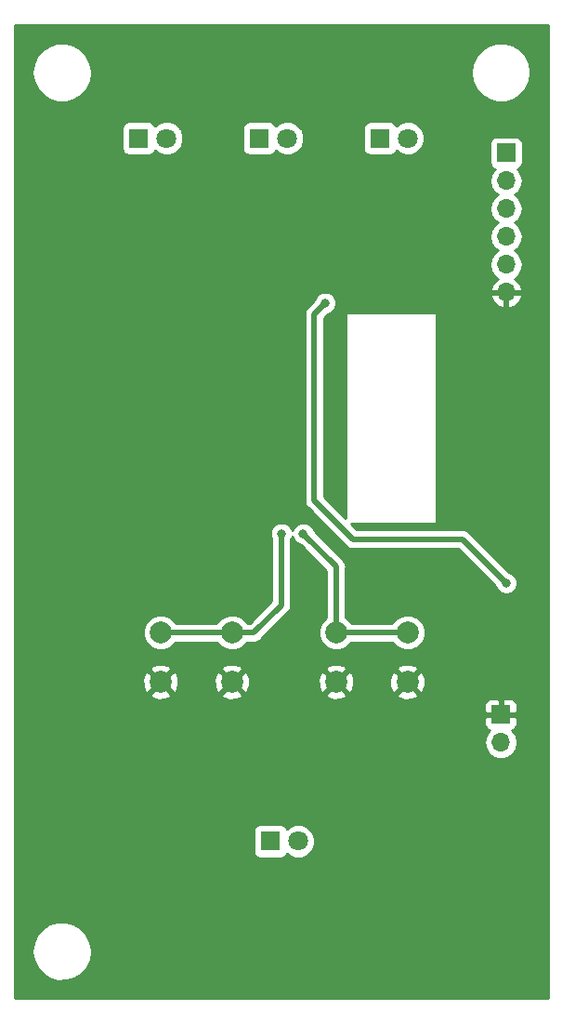
<source format=gbr>
G04 #@! TF.GenerationSoftware,KiCad,Pcbnew,(5.0.0)*
G04 #@! TF.CreationDate,2020-08-07T11:04:04-05:00*
G04 #@! TF.ProjectId,Church Controller,43687572636820436F6E74726F6C6C65,rev?*
G04 #@! TF.SameCoordinates,Original*
G04 #@! TF.FileFunction,Copper,L2,Bot,Signal*
G04 #@! TF.FilePolarity,Positive*
%FSLAX46Y46*%
G04 Gerber Fmt 4.6, Leading zero omitted, Abs format (unit mm)*
G04 Created by KiCad (PCBNEW (5.0.0)) date 08/07/20 11:04:04*
%MOMM*%
%LPD*%
G01*
G04 APERTURE LIST*
G04 #@! TA.AperFunction,ComponentPad*
%ADD10R,1.800000X1.800000*%
G04 #@! TD*
G04 #@! TA.AperFunction,ComponentPad*
%ADD11C,1.800000*%
G04 #@! TD*
G04 #@! TA.AperFunction,ComponentPad*
%ADD12R,1.700000X1.700000*%
G04 #@! TD*
G04 #@! TA.AperFunction,ComponentPad*
%ADD13O,1.700000X1.700000*%
G04 #@! TD*
G04 #@! TA.AperFunction,ComponentPad*
%ADD14C,2.000000*%
G04 #@! TD*
G04 #@! TA.AperFunction,ViaPad*
%ADD15C,0.800000*%
G04 #@! TD*
G04 #@! TA.AperFunction,Conductor*
%ADD16C,0.500000*%
G04 #@! TD*
G04 #@! TA.AperFunction,Conductor*
%ADD17C,0.254000*%
G04 #@! TD*
G04 APERTURE END LIST*
D10*
G04 #@! TO.P,D1,1*
G04 #@! TO.N,Net-(D1-Pad1)*
X117000000Y-61000000D03*
D11*
G04 #@! TO.P,D1,2*
G04 #@! TO.N,+3V3*
X119540000Y-61000000D03*
G04 #@! TD*
D10*
G04 #@! TO.P,D2,1*
G04 #@! TO.N,Net-(D2-Pad1)*
X128000000Y-61000000D03*
D11*
G04 #@! TO.P,D2,2*
G04 #@! TO.N,+3V3*
X130540000Y-61000000D03*
G04 #@! TD*
G04 #@! TO.P,D3,2*
G04 #@! TO.N,+3V3*
X141540000Y-61000000D03*
D10*
G04 #@! TO.P,D3,1*
G04 #@! TO.N,Net-(D3-Pad1)*
X139000000Y-61000000D03*
G04 #@! TD*
D11*
G04 #@! TO.P,D4,2*
G04 #@! TO.N,+3V3*
X131540000Y-125000000D03*
D10*
G04 #@! TO.P,D4,1*
G04 #@! TO.N,Net-(D4-Pad1)*
X129000000Y-125000000D03*
G04 #@! TD*
D12*
G04 #@! TO.P,J1,1*
G04 #@! TO.N,GND*
X150000000Y-113460000D03*
D13*
G04 #@! TO.P,J1,2*
G04 #@! TO.N,VCC*
X150000000Y-116000000D03*
G04 #@! TD*
D14*
G04 #@! TO.P,SW1,2*
G04 #@! TO.N,GND*
X135000000Y-110500000D03*
G04 #@! TO.P,SW1,1*
G04 #@! TO.N,/BUTTON_CHANGE*
X135000000Y-106000000D03*
G04 #@! TO.P,SW1,2*
G04 #@! TO.N,GND*
X141500000Y-110500000D03*
G04 #@! TO.P,SW1,1*
G04 #@! TO.N,/BUTTON_CHANGE*
X141500000Y-106000000D03*
G04 #@! TD*
G04 #@! TO.P,SW2,1*
G04 #@! TO.N,/BUTTON_SAVE*
X125500000Y-106000000D03*
G04 #@! TO.P,SW2,2*
G04 #@! TO.N,GND*
X125500000Y-110500000D03*
G04 #@! TO.P,SW2,1*
G04 #@! TO.N,/BUTTON_SAVE*
X119000000Y-106000000D03*
G04 #@! TO.P,SW2,2*
G04 #@! TO.N,GND*
X119000000Y-110500000D03*
G04 #@! TD*
D12*
G04 #@! TO.P,J2,1*
G04 #@! TO.N,+3V3*
X150500000Y-62340000D03*
D13*
G04 #@! TO.P,J2,2*
G04 #@! TO.N,/~RST*
X150500000Y-64880000D03*
G04 #@! TO.P,J2,3*
G04 #@! TO.N,/GPIO0*
X150500000Y-67420000D03*
G04 #@! TO.P,J2,4*
G04 #@! TO.N,/Tx*
X150500000Y-69960000D03*
G04 #@! TO.P,J2,5*
G04 #@! TO.N,/Rx*
X150500000Y-72500000D03*
G04 #@! TO.P,J2,6*
G04 #@! TO.N,GND*
X150500000Y-75040000D03*
G04 #@! TD*
D15*
G04 #@! TO.N,GND*
X115500000Y-70500000D03*
X118000000Y-70500000D03*
X120500000Y-71000000D03*
X121000000Y-100000000D03*
X150000000Y-122500000D03*
X148500000Y-103000000D03*
G04 #@! TO.N,Net-(R8-Pad2)*
X150500000Y-101500000D03*
X134000000Y-76000000D03*
G04 #@! TO.N,/BUTTON_CHANGE*
X132000000Y-97000000D03*
G04 #@! TO.N,/BUTTON_SAVE*
X130000000Y-97000000D03*
G04 #@! TD*
D16*
G04 #@! TO.N,Net-(R8-Pad2)*
X150500000Y-101500000D02*
X146500000Y-97500000D01*
X146500000Y-97500000D02*
X136500000Y-97500000D01*
X136500000Y-97500000D02*
X133000000Y-94000000D01*
X133000000Y-94000000D02*
X133000000Y-77000000D01*
X133000000Y-77000000D02*
X134000000Y-76000000D01*
G04 #@! TO.N,/BUTTON_CHANGE*
X140085787Y-106000000D02*
X135000000Y-106000000D01*
X141500000Y-106000000D02*
X140085787Y-106000000D01*
X135000000Y-100000000D02*
X135000000Y-106000000D01*
X132000000Y-97000000D02*
X135000000Y-100000000D01*
G04 #@! TO.N,/BUTTON_SAVE*
X127500000Y-106000000D02*
X125500000Y-106000000D01*
X130000000Y-97000000D02*
X130000000Y-103500000D01*
X130000000Y-103500000D02*
X127500000Y-106000000D01*
X125500000Y-106000000D02*
X119000000Y-106000000D01*
G04 #@! TD*
D17*
G04 #@! TO.N,GND*
G36*
X154290001Y-139290000D02*
X105710000Y-139290000D01*
X105710000Y-135033352D01*
X107270204Y-135033352D01*
X107389288Y-135798175D01*
X107718246Y-136498832D01*
X108230633Y-137079000D01*
X108885258Y-137492037D01*
X109629496Y-137704742D01*
X110403520Y-137700013D01*
X111145104Y-137478233D01*
X111794634Y-137057228D01*
X112299895Y-136470844D01*
X112620268Y-135766220D01*
X112730000Y-135000000D01*
X112729185Y-134933300D01*
X112600766Y-134169990D01*
X112263273Y-133473403D01*
X111743836Y-132899539D01*
X111084214Y-132494530D01*
X110337432Y-132290934D01*
X109563524Y-132305118D01*
X108824705Y-132535942D01*
X108180366Y-132964851D01*
X107682307Y-133557363D01*
X107370566Y-134265849D01*
X107270204Y-135033352D01*
X105710000Y-135033352D01*
X105710000Y-124100000D01*
X127452560Y-124100000D01*
X127452560Y-125900000D01*
X127501843Y-126147765D01*
X127642191Y-126357809D01*
X127852235Y-126498157D01*
X128100000Y-126547440D01*
X129900000Y-126547440D01*
X130147765Y-126498157D01*
X130357809Y-126357809D01*
X130498157Y-126147765D01*
X130501275Y-126132092D01*
X130670493Y-126301310D01*
X131234670Y-126535000D01*
X131845330Y-126535000D01*
X132409507Y-126301310D01*
X132841310Y-125869507D01*
X133075000Y-125305330D01*
X133075000Y-124694670D01*
X132841310Y-124130493D01*
X132409507Y-123698690D01*
X131845330Y-123465000D01*
X131234670Y-123465000D01*
X130670493Y-123698690D01*
X130501275Y-123867908D01*
X130498157Y-123852235D01*
X130357809Y-123642191D01*
X130147765Y-123501843D01*
X129900000Y-123452560D01*
X128100000Y-123452560D01*
X127852235Y-123501843D01*
X127642191Y-123642191D01*
X127501843Y-123852235D01*
X127452560Y-124100000D01*
X105710000Y-124100000D01*
X105710000Y-116000000D01*
X148485908Y-116000000D01*
X148601161Y-116579418D01*
X148929375Y-117070625D01*
X149420582Y-117398839D01*
X149853744Y-117485000D01*
X150146256Y-117485000D01*
X150579418Y-117398839D01*
X151070625Y-117070625D01*
X151398839Y-116579418D01*
X151514092Y-116000000D01*
X151398839Y-115420582D01*
X151070625Y-114929375D01*
X151048967Y-114914904D01*
X151209698Y-114848327D01*
X151388327Y-114669699D01*
X151485000Y-114436310D01*
X151485000Y-113745750D01*
X151326250Y-113587000D01*
X150127000Y-113587000D01*
X150127000Y-113607000D01*
X149873000Y-113607000D01*
X149873000Y-113587000D01*
X148673750Y-113587000D01*
X148515000Y-113745750D01*
X148515000Y-114436310D01*
X148611673Y-114669699D01*
X148790302Y-114848327D01*
X148951033Y-114914904D01*
X148929375Y-114929375D01*
X148601161Y-115420582D01*
X148485908Y-116000000D01*
X105710000Y-116000000D01*
X105710000Y-112483690D01*
X148515000Y-112483690D01*
X148515000Y-113174250D01*
X148673750Y-113333000D01*
X149873000Y-113333000D01*
X149873000Y-112133750D01*
X150127000Y-112133750D01*
X150127000Y-113333000D01*
X151326250Y-113333000D01*
X151485000Y-113174250D01*
X151485000Y-112483690D01*
X151388327Y-112250301D01*
X151209698Y-112071673D01*
X150976309Y-111975000D01*
X150285750Y-111975000D01*
X150127000Y-112133750D01*
X149873000Y-112133750D01*
X149714250Y-111975000D01*
X149023691Y-111975000D01*
X148790302Y-112071673D01*
X148611673Y-112250301D01*
X148515000Y-112483690D01*
X105710000Y-112483690D01*
X105710000Y-111652532D01*
X118027073Y-111652532D01*
X118125736Y-111919387D01*
X118735461Y-112145908D01*
X119385460Y-112121856D01*
X119874264Y-111919387D01*
X119972927Y-111652532D01*
X124527073Y-111652532D01*
X124625736Y-111919387D01*
X125235461Y-112145908D01*
X125885460Y-112121856D01*
X126374264Y-111919387D01*
X126472927Y-111652532D01*
X134027073Y-111652532D01*
X134125736Y-111919387D01*
X134735461Y-112145908D01*
X135385460Y-112121856D01*
X135874264Y-111919387D01*
X135972927Y-111652532D01*
X140527073Y-111652532D01*
X140625736Y-111919387D01*
X141235461Y-112145908D01*
X141885460Y-112121856D01*
X142374264Y-111919387D01*
X142472927Y-111652532D01*
X141500000Y-110679605D01*
X140527073Y-111652532D01*
X135972927Y-111652532D01*
X135000000Y-110679605D01*
X134027073Y-111652532D01*
X126472927Y-111652532D01*
X125500000Y-110679605D01*
X124527073Y-111652532D01*
X119972927Y-111652532D01*
X119000000Y-110679605D01*
X118027073Y-111652532D01*
X105710000Y-111652532D01*
X105710000Y-110235461D01*
X117354092Y-110235461D01*
X117378144Y-110885460D01*
X117580613Y-111374264D01*
X117847468Y-111472927D01*
X118820395Y-110500000D01*
X119179605Y-110500000D01*
X120152532Y-111472927D01*
X120419387Y-111374264D01*
X120645908Y-110764539D01*
X120626331Y-110235461D01*
X123854092Y-110235461D01*
X123878144Y-110885460D01*
X124080613Y-111374264D01*
X124347468Y-111472927D01*
X125320395Y-110500000D01*
X125679605Y-110500000D01*
X126652532Y-111472927D01*
X126919387Y-111374264D01*
X127145908Y-110764539D01*
X127126331Y-110235461D01*
X133354092Y-110235461D01*
X133378144Y-110885460D01*
X133580613Y-111374264D01*
X133847468Y-111472927D01*
X134820395Y-110500000D01*
X135179605Y-110500000D01*
X136152532Y-111472927D01*
X136419387Y-111374264D01*
X136645908Y-110764539D01*
X136626331Y-110235461D01*
X139854092Y-110235461D01*
X139878144Y-110885460D01*
X140080613Y-111374264D01*
X140347468Y-111472927D01*
X141320395Y-110500000D01*
X141679605Y-110500000D01*
X142652532Y-111472927D01*
X142919387Y-111374264D01*
X143145908Y-110764539D01*
X143121856Y-110114540D01*
X142919387Y-109625736D01*
X142652532Y-109527073D01*
X141679605Y-110500000D01*
X141320395Y-110500000D01*
X140347468Y-109527073D01*
X140080613Y-109625736D01*
X139854092Y-110235461D01*
X136626331Y-110235461D01*
X136621856Y-110114540D01*
X136419387Y-109625736D01*
X136152532Y-109527073D01*
X135179605Y-110500000D01*
X134820395Y-110500000D01*
X133847468Y-109527073D01*
X133580613Y-109625736D01*
X133354092Y-110235461D01*
X127126331Y-110235461D01*
X127121856Y-110114540D01*
X126919387Y-109625736D01*
X126652532Y-109527073D01*
X125679605Y-110500000D01*
X125320395Y-110500000D01*
X124347468Y-109527073D01*
X124080613Y-109625736D01*
X123854092Y-110235461D01*
X120626331Y-110235461D01*
X120621856Y-110114540D01*
X120419387Y-109625736D01*
X120152532Y-109527073D01*
X119179605Y-110500000D01*
X118820395Y-110500000D01*
X117847468Y-109527073D01*
X117580613Y-109625736D01*
X117354092Y-110235461D01*
X105710000Y-110235461D01*
X105710000Y-109347468D01*
X118027073Y-109347468D01*
X119000000Y-110320395D01*
X119972927Y-109347468D01*
X124527073Y-109347468D01*
X125500000Y-110320395D01*
X126472927Y-109347468D01*
X134027073Y-109347468D01*
X135000000Y-110320395D01*
X135972927Y-109347468D01*
X140527073Y-109347468D01*
X141500000Y-110320395D01*
X142472927Y-109347468D01*
X142374264Y-109080613D01*
X141764539Y-108854092D01*
X141114540Y-108878144D01*
X140625736Y-109080613D01*
X140527073Y-109347468D01*
X135972927Y-109347468D01*
X135874264Y-109080613D01*
X135264539Y-108854092D01*
X134614540Y-108878144D01*
X134125736Y-109080613D01*
X134027073Y-109347468D01*
X126472927Y-109347468D01*
X126374264Y-109080613D01*
X125764539Y-108854092D01*
X125114540Y-108878144D01*
X124625736Y-109080613D01*
X124527073Y-109347468D01*
X119972927Y-109347468D01*
X119874264Y-109080613D01*
X119264539Y-108854092D01*
X118614540Y-108878144D01*
X118125736Y-109080613D01*
X118027073Y-109347468D01*
X105710000Y-109347468D01*
X105710000Y-105674778D01*
X117365000Y-105674778D01*
X117365000Y-106325222D01*
X117613914Y-106926153D01*
X118073847Y-107386086D01*
X118674778Y-107635000D01*
X119325222Y-107635000D01*
X119926153Y-107386086D01*
X120386086Y-106926153D01*
X120403132Y-106885000D01*
X124096868Y-106885000D01*
X124113914Y-106926153D01*
X124573847Y-107386086D01*
X125174778Y-107635000D01*
X125825222Y-107635000D01*
X126426153Y-107386086D01*
X126886086Y-106926153D01*
X126903132Y-106885000D01*
X127412839Y-106885000D01*
X127500000Y-106902337D01*
X127587161Y-106885000D01*
X127587165Y-106885000D01*
X127845310Y-106833652D01*
X128138049Y-106638049D01*
X128187425Y-106564153D01*
X130564156Y-104187423D01*
X130638049Y-104138049D01*
X130833652Y-103845310D01*
X130885000Y-103587165D01*
X130885000Y-103587161D01*
X130902337Y-103500000D01*
X130885000Y-103412839D01*
X130885000Y-97568007D01*
X131000000Y-97290372D01*
X131122569Y-97586280D01*
X131413720Y-97877431D01*
X131775853Y-98027431D01*
X134115000Y-100366579D01*
X134115001Y-104596868D01*
X134073847Y-104613914D01*
X133613914Y-105073847D01*
X133365000Y-105674778D01*
X133365000Y-106325222D01*
X133613914Y-106926153D01*
X134073847Y-107386086D01*
X134674778Y-107635000D01*
X135325222Y-107635000D01*
X135926153Y-107386086D01*
X136386086Y-106926153D01*
X136403132Y-106885000D01*
X140096868Y-106885000D01*
X140113914Y-106926153D01*
X140573847Y-107386086D01*
X141174778Y-107635000D01*
X141825222Y-107635000D01*
X142426153Y-107386086D01*
X142886086Y-106926153D01*
X143135000Y-106325222D01*
X143135000Y-105674778D01*
X142886086Y-105073847D01*
X142426153Y-104613914D01*
X141825222Y-104365000D01*
X141174778Y-104365000D01*
X140573847Y-104613914D01*
X140113914Y-105073847D01*
X140096868Y-105115000D01*
X136403132Y-105115000D01*
X136386086Y-105073847D01*
X135926153Y-104613914D01*
X135885000Y-104596868D01*
X135885000Y-100087161D01*
X135902337Y-100000000D01*
X135885000Y-99912839D01*
X135885000Y-99912835D01*
X135833652Y-99654690D01*
X135638049Y-99361951D01*
X135564156Y-99312577D01*
X133027431Y-96775853D01*
X132877431Y-96413720D01*
X132586280Y-96122569D01*
X132205874Y-95965000D01*
X131794126Y-95965000D01*
X131413720Y-96122569D01*
X131122569Y-96413720D01*
X131000000Y-96709628D01*
X130877431Y-96413720D01*
X130586280Y-96122569D01*
X130205874Y-95965000D01*
X129794126Y-95965000D01*
X129413720Y-96122569D01*
X129122569Y-96413720D01*
X128965000Y-96794126D01*
X128965000Y-97205874D01*
X129115000Y-97568007D01*
X129115001Y-103133420D01*
X127133422Y-105115000D01*
X126903132Y-105115000D01*
X126886086Y-105073847D01*
X126426153Y-104613914D01*
X125825222Y-104365000D01*
X125174778Y-104365000D01*
X124573847Y-104613914D01*
X124113914Y-105073847D01*
X124096868Y-105115000D01*
X120403132Y-105115000D01*
X120386086Y-105073847D01*
X119926153Y-104613914D01*
X119325222Y-104365000D01*
X118674778Y-104365000D01*
X118073847Y-104613914D01*
X117613914Y-105073847D01*
X117365000Y-105674778D01*
X105710000Y-105674778D01*
X105710000Y-77000000D01*
X132097663Y-77000000D01*
X132115001Y-77087166D01*
X132115000Y-93912839D01*
X132097663Y-94000000D01*
X132115000Y-94087161D01*
X132115000Y-94087164D01*
X132166348Y-94345309D01*
X132361951Y-94638049D01*
X132435847Y-94687425D01*
X135812577Y-98064156D01*
X135861951Y-98138049D01*
X135935844Y-98187423D01*
X135935845Y-98187424D01*
X136046880Y-98261615D01*
X136154690Y-98333652D01*
X136412835Y-98385000D01*
X136412839Y-98385000D01*
X136499999Y-98402337D01*
X136587159Y-98385000D01*
X146133422Y-98385000D01*
X149472569Y-101724148D01*
X149622569Y-102086280D01*
X149913720Y-102377431D01*
X150294126Y-102535000D01*
X150705874Y-102535000D01*
X151086280Y-102377431D01*
X151377431Y-102086280D01*
X151535000Y-101705874D01*
X151535000Y-101294126D01*
X151377431Y-100913720D01*
X151086280Y-100622569D01*
X150724148Y-100472569D01*
X147187425Y-96935847D01*
X147138049Y-96861951D01*
X146845310Y-96666348D01*
X146587165Y-96615000D01*
X146587161Y-96615000D01*
X146500000Y-96597663D01*
X146412839Y-96615000D01*
X136866579Y-96615000D01*
X136378579Y-96127000D01*
X144000000Y-96127000D01*
X144048601Y-96117333D01*
X144089803Y-96089803D01*
X144117333Y-96048601D01*
X144127000Y-96000000D01*
X144127000Y-77000000D01*
X144117333Y-76951399D01*
X144089803Y-76910197D01*
X144048601Y-76882667D01*
X144000000Y-76873000D01*
X136000000Y-76873000D01*
X135951399Y-76882667D01*
X135910197Y-76910197D01*
X135882667Y-76951399D01*
X135873000Y-77000000D01*
X135873000Y-95621421D01*
X133885000Y-93633422D01*
X133885000Y-77366578D01*
X134224148Y-77027431D01*
X134586280Y-76877431D01*
X134877431Y-76586280D01*
X135035000Y-76205874D01*
X135035000Y-75794126D01*
X134877431Y-75413720D01*
X134860601Y-75396890D01*
X149058524Y-75396890D01*
X149228355Y-75806924D01*
X149618642Y-76235183D01*
X150143108Y-76481486D01*
X150373000Y-76360819D01*
X150373000Y-75167000D01*
X150627000Y-75167000D01*
X150627000Y-76360819D01*
X150856892Y-76481486D01*
X151381358Y-76235183D01*
X151771645Y-75806924D01*
X151941476Y-75396890D01*
X151820155Y-75167000D01*
X150627000Y-75167000D01*
X150373000Y-75167000D01*
X149179845Y-75167000D01*
X149058524Y-75396890D01*
X134860601Y-75396890D01*
X134586280Y-75122569D01*
X134205874Y-74965000D01*
X133794126Y-74965000D01*
X133413720Y-75122569D01*
X133122569Y-75413720D01*
X132972569Y-75775852D01*
X132435845Y-76312577D01*
X132361952Y-76361951D01*
X132312578Y-76435844D01*
X132312576Y-76435846D01*
X132166348Y-76654691D01*
X132097663Y-77000000D01*
X105710000Y-77000000D01*
X105710000Y-64880000D01*
X148985908Y-64880000D01*
X149101161Y-65459418D01*
X149429375Y-65950625D01*
X149727761Y-66150000D01*
X149429375Y-66349375D01*
X149101161Y-66840582D01*
X148985908Y-67420000D01*
X149101161Y-67999418D01*
X149429375Y-68490625D01*
X149727761Y-68690000D01*
X149429375Y-68889375D01*
X149101161Y-69380582D01*
X148985908Y-69960000D01*
X149101161Y-70539418D01*
X149429375Y-71030625D01*
X149727761Y-71230000D01*
X149429375Y-71429375D01*
X149101161Y-71920582D01*
X148985908Y-72500000D01*
X149101161Y-73079418D01*
X149429375Y-73570625D01*
X149748478Y-73783843D01*
X149618642Y-73844817D01*
X149228355Y-74273076D01*
X149058524Y-74683110D01*
X149179845Y-74913000D01*
X150373000Y-74913000D01*
X150373000Y-74893000D01*
X150627000Y-74893000D01*
X150627000Y-74913000D01*
X151820155Y-74913000D01*
X151941476Y-74683110D01*
X151771645Y-74273076D01*
X151381358Y-73844817D01*
X151251522Y-73783843D01*
X151570625Y-73570625D01*
X151898839Y-73079418D01*
X152014092Y-72500000D01*
X151898839Y-71920582D01*
X151570625Y-71429375D01*
X151272239Y-71230000D01*
X151570625Y-71030625D01*
X151898839Y-70539418D01*
X152014092Y-69960000D01*
X151898839Y-69380582D01*
X151570625Y-68889375D01*
X151272239Y-68690000D01*
X151570625Y-68490625D01*
X151898839Y-67999418D01*
X152014092Y-67420000D01*
X151898839Y-66840582D01*
X151570625Y-66349375D01*
X151272239Y-66150000D01*
X151570625Y-65950625D01*
X151898839Y-65459418D01*
X152014092Y-64880000D01*
X151898839Y-64300582D01*
X151570625Y-63809375D01*
X151552381Y-63797184D01*
X151597765Y-63788157D01*
X151807809Y-63647809D01*
X151948157Y-63437765D01*
X151997440Y-63190000D01*
X151997440Y-61490000D01*
X151948157Y-61242235D01*
X151807809Y-61032191D01*
X151597765Y-60891843D01*
X151350000Y-60842560D01*
X149650000Y-60842560D01*
X149402235Y-60891843D01*
X149192191Y-61032191D01*
X149051843Y-61242235D01*
X149002560Y-61490000D01*
X149002560Y-63190000D01*
X149051843Y-63437765D01*
X149192191Y-63647809D01*
X149402235Y-63788157D01*
X149447619Y-63797184D01*
X149429375Y-63809375D01*
X149101161Y-64300582D01*
X148985908Y-64880000D01*
X105710000Y-64880000D01*
X105710000Y-60100000D01*
X115452560Y-60100000D01*
X115452560Y-61900000D01*
X115501843Y-62147765D01*
X115642191Y-62357809D01*
X115852235Y-62498157D01*
X116100000Y-62547440D01*
X117900000Y-62547440D01*
X118147765Y-62498157D01*
X118357809Y-62357809D01*
X118498157Y-62147765D01*
X118501275Y-62132092D01*
X118670493Y-62301310D01*
X119234670Y-62535000D01*
X119845330Y-62535000D01*
X120409507Y-62301310D01*
X120841310Y-61869507D01*
X121075000Y-61305330D01*
X121075000Y-60694670D01*
X120841310Y-60130493D01*
X120810817Y-60100000D01*
X126452560Y-60100000D01*
X126452560Y-61900000D01*
X126501843Y-62147765D01*
X126642191Y-62357809D01*
X126852235Y-62498157D01*
X127100000Y-62547440D01*
X128900000Y-62547440D01*
X129147765Y-62498157D01*
X129357809Y-62357809D01*
X129498157Y-62147765D01*
X129501275Y-62132092D01*
X129670493Y-62301310D01*
X130234670Y-62535000D01*
X130845330Y-62535000D01*
X131409507Y-62301310D01*
X131841310Y-61869507D01*
X132075000Y-61305330D01*
X132075000Y-60694670D01*
X131841310Y-60130493D01*
X131810817Y-60100000D01*
X137452560Y-60100000D01*
X137452560Y-61900000D01*
X137501843Y-62147765D01*
X137642191Y-62357809D01*
X137852235Y-62498157D01*
X138100000Y-62547440D01*
X139900000Y-62547440D01*
X140147765Y-62498157D01*
X140357809Y-62357809D01*
X140498157Y-62147765D01*
X140501275Y-62132092D01*
X140670493Y-62301310D01*
X141234670Y-62535000D01*
X141845330Y-62535000D01*
X142409507Y-62301310D01*
X142841310Y-61869507D01*
X143075000Y-61305330D01*
X143075000Y-60694670D01*
X142841310Y-60130493D01*
X142409507Y-59698690D01*
X141845330Y-59465000D01*
X141234670Y-59465000D01*
X140670493Y-59698690D01*
X140501275Y-59867908D01*
X140498157Y-59852235D01*
X140357809Y-59642191D01*
X140147765Y-59501843D01*
X139900000Y-59452560D01*
X138100000Y-59452560D01*
X137852235Y-59501843D01*
X137642191Y-59642191D01*
X137501843Y-59852235D01*
X137452560Y-60100000D01*
X131810817Y-60100000D01*
X131409507Y-59698690D01*
X130845330Y-59465000D01*
X130234670Y-59465000D01*
X129670493Y-59698690D01*
X129501275Y-59867908D01*
X129498157Y-59852235D01*
X129357809Y-59642191D01*
X129147765Y-59501843D01*
X128900000Y-59452560D01*
X127100000Y-59452560D01*
X126852235Y-59501843D01*
X126642191Y-59642191D01*
X126501843Y-59852235D01*
X126452560Y-60100000D01*
X120810817Y-60100000D01*
X120409507Y-59698690D01*
X119845330Y-59465000D01*
X119234670Y-59465000D01*
X118670493Y-59698690D01*
X118501275Y-59867908D01*
X118498157Y-59852235D01*
X118357809Y-59642191D01*
X118147765Y-59501843D01*
X117900000Y-59452560D01*
X116100000Y-59452560D01*
X115852235Y-59501843D01*
X115642191Y-59642191D01*
X115501843Y-59852235D01*
X115452560Y-60100000D01*
X105710000Y-60100000D01*
X105710000Y-55033352D01*
X107270204Y-55033352D01*
X107389288Y-55798175D01*
X107718246Y-56498832D01*
X108230633Y-57079000D01*
X108885258Y-57492037D01*
X109629496Y-57704742D01*
X110403520Y-57700013D01*
X111145104Y-57478233D01*
X111794634Y-57057228D01*
X112299895Y-56470844D01*
X112620268Y-55766220D01*
X112725223Y-55033352D01*
X147270204Y-55033352D01*
X147389288Y-55798175D01*
X147718246Y-56498832D01*
X148230633Y-57079000D01*
X148885258Y-57492037D01*
X149629496Y-57704742D01*
X150403520Y-57700013D01*
X151145104Y-57478233D01*
X151794634Y-57057228D01*
X152299895Y-56470844D01*
X152620268Y-55766220D01*
X152730000Y-55000000D01*
X152729185Y-54933300D01*
X152600766Y-54169990D01*
X152263273Y-53473403D01*
X151743836Y-52899539D01*
X151084214Y-52494530D01*
X150337432Y-52290934D01*
X149563524Y-52305118D01*
X148824705Y-52535942D01*
X148180366Y-52964851D01*
X147682307Y-53557363D01*
X147370566Y-54265849D01*
X147270204Y-55033352D01*
X112725223Y-55033352D01*
X112730000Y-55000000D01*
X112729185Y-54933300D01*
X112600766Y-54169990D01*
X112263273Y-53473403D01*
X111743836Y-52899539D01*
X111084214Y-52494530D01*
X110337432Y-52290934D01*
X109563524Y-52305118D01*
X108824705Y-52535942D01*
X108180366Y-52964851D01*
X107682307Y-53557363D01*
X107370566Y-54265849D01*
X107270204Y-55033352D01*
X105710000Y-55033352D01*
X105710000Y-50710000D01*
X154290000Y-50710000D01*
X154290001Y-139290000D01*
X154290001Y-139290000D01*
G37*
X154290001Y-139290000D02*
X105710000Y-139290000D01*
X105710000Y-135033352D01*
X107270204Y-135033352D01*
X107389288Y-135798175D01*
X107718246Y-136498832D01*
X108230633Y-137079000D01*
X108885258Y-137492037D01*
X109629496Y-137704742D01*
X110403520Y-137700013D01*
X111145104Y-137478233D01*
X111794634Y-137057228D01*
X112299895Y-136470844D01*
X112620268Y-135766220D01*
X112730000Y-135000000D01*
X112729185Y-134933300D01*
X112600766Y-134169990D01*
X112263273Y-133473403D01*
X111743836Y-132899539D01*
X111084214Y-132494530D01*
X110337432Y-132290934D01*
X109563524Y-132305118D01*
X108824705Y-132535942D01*
X108180366Y-132964851D01*
X107682307Y-133557363D01*
X107370566Y-134265849D01*
X107270204Y-135033352D01*
X105710000Y-135033352D01*
X105710000Y-124100000D01*
X127452560Y-124100000D01*
X127452560Y-125900000D01*
X127501843Y-126147765D01*
X127642191Y-126357809D01*
X127852235Y-126498157D01*
X128100000Y-126547440D01*
X129900000Y-126547440D01*
X130147765Y-126498157D01*
X130357809Y-126357809D01*
X130498157Y-126147765D01*
X130501275Y-126132092D01*
X130670493Y-126301310D01*
X131234670Y-126535000D01*
X131845330Y-126535000D01*
X132409507Y-126301310D01*
X132841310Y-125869507D01*
X133075000Y-125305330D01*
X133075000Y-124694670D01*
X132841310Y-124130493D01*
X132409507Y-123698690D01*
X131845330Y-123465000D01*
X131234670Y-123465000D01*
X130670493Y-123698690D01*
X130501275Y-123867908D01*
X130498157Y-123852235D01*
X130357809Y-123642191D01*
X130147765Y-123501843D01*
X129900000Y-123452560D01*
X128100000Y-123452560D01*
X127852235Y-123501843D01*
X127642191Y-123642191D01*
X127501843Y-123852235D01*
X127452560Y-124100000D01*
X105710000Y-124100000D01*
X105710000Y-116000000D01*
X148485908Y-116000000D01*
X148601161Y-116579418D01*
X148929375Y-117070625D01*
X149420582Y-117398839D01*
X149853744Y-117485000D01*
X150146256Y-117485000D01*
X150579418Y-117398839D01*
X151070625Y-117070625D01*
X151398839Y-116579418D01*
X151514092Y-116000000D01*
X151398839Y-115420582D01*
X151070625Y-114929375D01*
X151048967Y-114914904D01*
X151209698Y-114848327D01*
X151388327Y-114669699D01*
X151485000Y-114436310D01*
X151485000Y-113745750D01*
X151326250Y-113587000D01*
X150127000Y-113587000D01*
X150127000Y-113607000D01*
X149873000Y-113607000D01*
X149873000Y-113587000D01*
X148673750Y-113587000D01*
X148515000Y-113745750D01*
X148515000Y-114436310D01*
X148611673Y-114669699D01*
X148790302Y-114848327D01*
X148951033Y-114914904D01*
X148929375Y-114929375D01*
X148601161Y-115420582D01*
X148485908Y-116000000D01*
X105710000Y-116000000D01*
X105710000Y-112483690D01*
X148515000Y-112483690D01*
X148515000Y-113174250D01*
X148673750Y-113333000D01*
X149873000Y-113333000D01*
X149873000Y-112133750D01*
X150127000Y-112133750D01*
X150127000Y-113333000D01*
X151326250Y-113333000D01*
X151485000Y-113174250D01*
X151485000Y-112483690D01*
X151388327Y-112250301D01*
X151209698Y-112071673D01*
X150976309Y-111975000D01*
X150285750Y-111975000D01*
X150127000Y-112133750D01*
X149873000Y-112133750D01*
X149714250Y-111975000D01*
X149023691Y-111975000D01*
X148790302Y-112071673D01*
X148611673Y-112250301D01*
X148515000Y-112483690D01*
X105710000Y-112483690D01*
X105710000Y-111652532D01*
X118027073Y-111652532D01*
X118125736Y-111919387D01*
X118735461Y-112145908D01*
X119385460Y-112121856D01*
X119874264Y-111919387D01*
X119972927Y-111652532D01*
X124527073Y-111652532D01*
X124625736Y-111919387D01*
X125235461Y-112145908D01*
X125885460Y-112121856D01*
X126374264Y-111919387D01*
X126472927Y-111652532D01*
X134027073Y-111652532D01*
X134125736Y-111919387D01*
X134735461Y-112145908D01*
X135385460Y-112121856D01*
X135874264Y-111919387D01*
X135972927Y-111652532D01*
X140527073Y-111652532D01*
X140625736Y-111919387D01*
X141235461Y-112145908D01*
X141885460Y-112121856D01*
X142374264Y-111919387D01*
X142472927Y-111652532D01*
X141500000Y-110679605D01*
X140527073Y-111652532D01*
X135972927Y-111652532D01*
X135000000Y-110679605D01*
X134027073Y-111652532D01*
X126472927Y-111652532D01*
X125500000Y-110679605D01*
X124527073Y-111652532D01*
X119972927Y-111652532D01*
X119000000Y-110679605D01*
X118027073Y-111652532D01*
X105710000Y-111652532D01*
X105710000Y-110235461D01*
X117354092Y-110235461D01*
X117378144Y-110885460D01*
X117580613Y-111374264D01*
X117847468Y-111472927D01*
X118820395Y-110500000D01*
X119179605Y-110500000D01*
X120152532Y-111472927D01*
X120419387Y-111374264D01*
X120645908Y-110764539D01*
X120626331Y-110235461D01*
X123854092Y-110235461D01*
X123878144Y-110885460D01*
X124080613Y-111374264D01*
X124347468Y-111472927D01*
X125320395Y-110500000D01*
X125679605Y-110500000D01*
X126652532Y-111472927D01*
X126919387Y-111374264D01*
X127145908Y-110764539D01*
X127126331Y-110235461D01*
X133354092Y-110235461D01*
X133378144Y-110885460D01*
X133580613Y-111374264D01*
X133847468Y-111472927D01*
X134820395Y-110500000D01*
X135179605Y-110500000D01*
X136152532Y-111472927D01*
X136419387Y-111374264D01*
X136645908Y-110764539D01*
X136626331Y-110235461D01*
X139854092Y-110235461D01*
X139878144Y-110885460D01*
X140080613Y-111374264D01*
X140347468Y-111472927D01*
X141320395Y-110500000D01*
X141679605Y-110500000D01*
X142652532Y-111472927D01*
X142919387Y-111374264D01*
X143145908Y-110764539D01*
X143121856Y-110114540D01*
X142919387Y-109625736D01*
X142652532Y-109527073D01*
X141679605Y-110500000D01*
X141320395Y-110500000D01*
X140347468Y-109527073D01*
X140080613Y-109625736D01*
X139854092Y-110235461D01*
X136626331Y-110235461D01*
X136621856Y-110114540D01*
X136419387Y-109625736D01*
X136152532Y-109527073D01*
X135179605Y-110500000D01*
X134820395Y-110500000D01*
X133847468Y-109527073D01*
X133580613Y-109625736D01*
X133354092Y-110235461D01*
X127126331Y-110235461D01*
X127121856Y-110114540D01*
X126919387Y-109625736D01*
X126652532Y-109527073D01*
X125679605Y-110500000D01*
X125320395Y-110500000D01*
X124347468Y-109527073D01*
X124080613Y-109625736D01*
X123854092Y-110235461D01*
X120626331Y-110235461D01*
X120621856Y-110114540D01*
X120419387Y-109625736D01*
X120152532Y-109527073D01*
X119179605Y-110500000D01*
X118820395Y-110500000D01*
X117847468Y-109527073D01*
X117580613Y-109625736D01*
X117354092Y-110235461D01*
X105710000Y-110235461D01*
X105710000Y-109347468D01*
X118027073Y-109347468D01*
X119000000Y-110320395D01*
X119972927Y-109347468D01*
X124527073Y-109347468D01*
X125500000Y-110320395D01*
X126472927Y-109347468D01*
X134027073Y-109347468D01*
X135000000Y-110320395D01*
X135972927Y-109347468D01*
X140527073Y-109347468D01*
X141500000Y-110320395D01*
X142472927Y-109347468D01*
X142374264Y-109080613D01*
X141764539Y-108854092D01*
X141114540Y-108878144D01*
X140625736Y-109080613D01*
X140527073Y-109347468D01*
X135972927Y-109347468D01*
X135874264Y-109080613D01*
X135264539Y-108854092D01*
X134614540Y-108878144D01*
X134125736Y-109080613D01*
X134027073Y-109347468D01*
X126472927Y-109347468D01*
X126374264Y-109080613D01*
X125764539Y-108854092D01*
X125114540Y-108878144D01*
X124625736Y-109080613D01*
X124527073Y-109347468D01*
X119972927Y-109347468D01*
X119874264Y-109080613D01*
X119264539Y-108854092D01*
X118614540Y-108878144D01*
X118125736Y-109080613D01*
X118027073Y-109347468D01*
X105710000Y-109347468D01*
X105710000Y-105674778D01*
X117365000Y-105674778D01*
X117365000Y-106325222D01*
X117613914Y-106926153D01*
X118073847Y-107386086D01*
X118674778Y-107635000D01*
X119325222Y-107635000D01*
X119926153Y-107386086D01*
X120386086Y-106926153D01*
X120403132Y-106885000D01*
X124096868Y-106885000D01*
X124113914Y-106926153D01*
X124573847Y-107386086D01*
X125174778Y-107635000D01*
X125825222Y-107635000D01*
X126426153Y-107386086D01*
X126886086Y-106926153D01*
X126903132Y-106885000D01*
X127412839Y-106885000D01*
X127500000Y-106902337D01*
X127587161Y-106885000D01*
X127587165Y-106885000D01*
X127845310Y-106833652D01*
X128138049Y-106638049D01*
X128187425Y-106564153D01*
X130564156Y-104187423D01*
X130638049Y-104138049D01*
X130833652Y-103845310D01*
X130885000Y-103587165D01*
X130885000Y-103587161D01*
X130902337Y-103500000D01*
X130885000Y-103412839D01*
X130885000Y-97568007D01*
X131000000Y-97290372D01*
X131122569Y-97586280D01*
X131413720Y-97877431D01*
X131775853Y-98027431D01*
X134115000Y-100366579D01*
X134115001Y-104596868D01*
X134073847Y-104613914D01*
X133613914Y-105073847D01*
X133365000Y-105674778D01*
X133365000Y-106325222D01*
X133613914Y-106926153D01*
X134073847Y-107386086D01*
X134674778Y-107635000D01*
X135325222Y-107635000D01*
X135926153Y-107386086D01*
X136386086Y-106926153D01*
X136403132Y-106885000D01*
X140096868Y-106885000D01*
X140113914Y-106926153D01*
X140573847Y-107386086D01*
X141174778Y-107635000D01*
X141825222Y-107635000D01*
X142426153Y-107386086D01*
X142886086Y-106926153D01*
X143135000Y-106325222D01*
X143135000Y-105674778D01*
X142886086Y-105073847D01*
X142426153Y-104613914D01*
X141825222Y-104365000D01*
X141174778Y-104365000D01*
X140573847Y-104613914D01*
X140113914Y-105073847D01*
X140096868Y-105115000D01*
X136403132Y-105115000D01*
X136386086Y-105073847D01*
X135926153Y-104613914D01*
X135885000Y-104596868D01*
X135885000Y-100087161D01*
X135902337Y-100000000D01*
X135885000Y-99912839D01*
X135885000Y-99912835D01*
X135833652Y-99654690D01*
X135638049Y-99361951D01*
X135564156Y-99312577D01*
X133027431Y-96775853D01*
X132877431Y-96413720D01*
X132586280Y-96122569D01*
X132205874Y-95965000D01*
X131794126Y-95965000D01*
X131413720Y-96122569D01*
X131122569Y-96413720D01*
X131000000Y-96709628D01*
X130877431Y-96413720D01*
X130586280Y-96122569D01*
X130205874Y-95965000D01*
X129794126Y-95965000D01*
X129413720Y-96122569D01*
X129122569Y-96413720D01*
X128965000Y-96794126D01*
X128965000Y-97205874D01*
X129115000Y-97568007D01*
X129115001Y-103133420D01*
X127133422Y-105115000D01*
X126903132Y-105115000D01*
X126886086Y-105073847D01*
X126426153Y-104613914D01*
X125825222Y-104365000D01*
X125174778Y-104365000D01*
X124573847Y-104613914D01*
X124113914Y-105073847D01*
X124096868Y-105115000D01*
X120403132Y-105115000D01*
X120386086Y-105073847D01*
X119926153Y-104613914D01*
X119325222Y-104365000D01*
X118674778Y-104365000D01*
X118073847Y-104613914D01*
X117613914Y-105073847D01*
X117365000Y-105674778D01*
X105710000Y-105674778D01*
X105710000Y-77000000D01*
X132097663Y-77000000D01*
X132115001Y-77087166D01*
X132115000Y-93912839D01*
X132097663Y-94000000D01*
X132115000Y-94087161D01*
X132115000Y-94087164D01*
X132166348Y-94345309D01*
X132361951Y-94638049D01*
X132435847Y-94687425D01*
X135812577Y-98064156D01*
X135861951Y-98138049D01*
X135935844Y-98187423D01*
X135935845Y-98187424D01*
X136046880Y-98261615D01*
X136154690Y-98333652D01*
X136412835Y-98385000D01*
X136412839Y-98385000D01*
X136499999Y-98402337D01*
X136587159Y-98385000D01*
X146133422Y-98385000D01*
X149472569Y-101724148D01*
X149622569Y-102086280D01*
X149913720Y-102377431D01*
X150294126Y-102535000D01*
X150705874Y-102535000D01*
X151086280Y-102377431D01*
X151377431Y-102086280D01*
X151535000Y-101705874D01*
X151535000Y-101294126D01*
X151377431Y-100913720D01*
X151086280Y-100622569D01*
X150724148Y-100472569D01*
X147187425Y-96935847D01*
X147138049Y-96861951D01*
X146845310Y-96666348D01*
X146587165Y-96615000D01*
X146587161Y-96615000D01*
X146500000Y-96597663D01*
X146412839Y-96615000D01*
X136866579Y-96615000D01*
X136378579Y-96127000D01*
X144000000Y-96127000D01*
X144048601Y-96117333D01*
X144089803Y-96089803D01*
X144117333Y-96048601D01*
X144127000Y-96000000D01*
X144127000Y-77000000D01*
X144117333Y-76951399D01*
X144089803Y-76910197D01*
X144048601Y-76882667D01*
X144000000Y-76873000D01*
X136000000Y-76873000D01*
X135951399Y-76882667D01*
X135910197Y-76910197D01*
X135882667Y-76951399D01*
X135873000Y-77000000D01*
X135873000Y-95621421D01*
X133885000Y-93633422D01*
X133885000Y-77366578D01*
X134224148Y-77027431D01*
X134586280Y-76877431D01*
X134877431Y-76586280D01*
X135035000Y-76205874D01*
X135035000Y-75794126D01*
X134877431Y-75413720D01*
X134860601Y-75396890D01*
X149058524Y-75396890D01*
X149228355Y-75806924D01*
X149618642Y-76235183D01*
X150143108Y-76481486D01*
X150373000Y-76360819D01*
X150373000Y-75167000D01*
X150627000Y-75167000D01*
X150627000Y-76360819D01*
X150856892Y-76481486D01*
X151381358Y-76235183D01*
X151771645Y-75806924D01*
X151941476Y-75396890D01*
X151820155Y-75167000D01*
X150627000Y-75167000D01*
X150373000Y-75167000D01*
X149179845Y-75167000D01*
X149058524Y-75396890D01*
X134860601Y-75396890D01*
X134586280Y-75122569D01*
X134205874Y-74965000D01*
X133794126Y-74965000D01*
X133413720Y-75122569D01*
X133122569Y-75413720D01*
X132972569Y-75775852D01*
X132435845Y-76312577D01*
X132361952Y-76361951D01*
X132312578Y-76435844D01*
X132312576Y-76435846D01*
X132166348Y-76654691D01*
X132097663Y-77000000D01*
X105710000Y-77000000D01*
X105710000Y-64880000D01*
X148985908Y-64880000D01*
X149101161Y-65459418D01*
X149429375Y-65950625D01*
X149727761Y-66150000D01*
X149429375Y-66349375D01*
X149101161Y-66840582D01*
X148985908Y-67420000D01*
X149101161Y-67999418D01*
X149429375Y-68490625D01*
X149727761Y-68690000D01*
X149429375Y-68889375D01*
X149101161Y-69380582D01*
X148985908Y-69960000D01*
X149101161Y-70539418D01*
X149429375Y-71030625D01*
X149727761Y-71230000D01*
X149429375Y-71429375D01*
X149101161Y-71920582D01*
X148985908Y-72500000D01*
X149101161Y-73079418D01*
X149429375Y-73570625D01*
X149748478Y-73783843D01*
X149618642Y-73844817D01*
X149228355Y-74273076D01*
X149058524Y-74683110D01*
X149179845Y-74913000D01*
X150373000Y-74913000D01*
X150373000Y-74893000D01*
X150627000Y-74893000D01*
X150627000Y-74913000D01*
X151820155Y-74913000D01*
X151941476Y-74683110D01*
X151771645Y-74273076D01*
X151381358Y-73844817D01*
X151251522Y-73783843D01*
X151570625Y-73570625D01*
X151898839Y-73079418D01*
X152014092Y-72500000D01*
X151898839Y-71920582D01*
X151570625Y-71429375D01*
X151272239Y-71230000D01*
X151570625Y-71030625D01*
X151898839Y-70539418D01*
X152014092Y-69960000D01*
X151898839Y-69380582D01*
X151570625Y-68889375D01*
X151272239Y-68690000D01*
X151570625Y-68490625D01*
X151898839Y-67999418D01*
X152014092Y-67420000D01*
X151898839Y-66840582D01*
X151570625Y-66349375D01*
X151272239Y-66150000D01*
X151570625Y-65950625D01*
X151898839Y-65459418D01*
X152014092Y-64880000D01*
X151898839Y-64300582D01*
X151570625Y-63809375D01*
X151552381Y-63797184D01*
X151597765Y-63788157D01*
X151807809Y-63647809D01*
X151948157Y-63437765D01*
X151997440Y-63190000D01*
X151997440Y-61490000D01*
X151948157Y-61242235D01*
X151807809Y-61032191D01*
X151597765Y-60891843D01*
X151350000Y-60842560D01*
X149650000Y-60842560D01*
X149402235Y-60891843D01*
X149192191Y-61032191D01*
X149051843Y-61242235D01*
X149002560Y-61490000D01*
X149002560Y-63190000D01*
X149051843Y-63437765D01*
X149192191Y-63647809D01*
X149402235Y-63788157D01*
X149447619Y-63797184D01*
X149429375Y-63809375D01*
X149101161Y-64300582D01*
X148985908Y-64880000D01*
X105710000Y-64880000D01*
X105710000Y-60100000D01*
X115452560Y-60100000D01*
X115452560Y-61900000D01*
X115501843Y-62147765D01*
X115642191Y-62357809D01*
X115852235Y-62498157D01*
X116100000Y-62547440D01*
X117900000Y-62547440D01*
X118147765Y-62498157D01*
X118357809Y-62357809D01*
X118498157Y-62147765D01*
X118501275Y-62132092D01*
X118670493Y-62301310D01*
X119234670Y-62535000D01*
X119845330Y-62535000D01*
X120409507Y-62301310D01*
X120841310Y-61869507D01*
X121075000Y-61305330D01*
X121075000Y-60694670D01*
X120841310Y-60130493D01*
X120810817Y-60100000D01*
X126452560Y-60100000D01*
X126452560Y-61900000D01*
X126501843Y-62147765D01*
X126642191Y-62357809D01*
X126852235Y-62498157D01*
X127100000Y-62547440D01*
X128900000Y-62547440D01*
X129147765Y-62498157D01*
X129357809Y-62357809D01*
X129498157Y-62147765D01*
X129501275Y-62132092D01*
X129670493Y-62301310D01*
X130234670Y-62535000D01*
X130845330Y-62535000D01*
X131409507Y-62301310D01*
X131841310Y-61869507D01*
X132075000Y-61305330D01*
X132075000Y-60694670D01*
X131841310Y-60130493D01*
X131810817Y-60100000D01*
X137452560Y-60100000D01*
X137452560Y-61900000D01*
X137501843Y-62147765D01*
X137642191Y-62357809D01*
X137852235Y-62498157D01*
X138100000Y-62547440D01*
X139900000Y-62547440D01*
X140147765Y-62498157D01*
X140357809Y-62357809D01*
X140498157Y-62147765D01*
X140501275Y-62132092D01*
X140670493Y-62301310D01*
X141234670Y-62535000D01*
X141845330Y-62535000D01*
X142409507Y-62301310D01*
X142841310Y-61869507D01*
X143075000Y-61305330D01*
X143075000Y-60694670D01*
X142841310Y-60130493D01*
X142409507Y-59698690D01*
X141845330Y-59465000D01*
X141234670Y-59465000D01*
X140670493Y-59698690D01*
X140501275Y-59867908D01*
X140498157Y-59852235D01*
X140357809Y-59642191D01*
X140147765Y-59501843D01*
X139900000Y-59452560D01*
X138100000Y-59452560D01*
X137852235Y-59501843D01*
X137642191Y-59642191D01*
X137501843Y-59852235D01*
X137452560Y-60100000D01*
X131810817Y-60100000D01*
X131409507Y-59698690D01*
X130845330Y-59465000D01*
X130234670Y-59465000D01*
X129670493Y-59698690D01*
X129501275Y-59867908D01*
X129498157Y-59852235D01*
X129357809Y-59642191D01*
X129147765Y-59501843D01*
X128900000Y-59452560D01*
X127100000Y-59452560D01*
X126852235Y-59501843D01*
X126642191Y-59642191D01*
X126501843Y-59852235D01*
X126452560Y-60100000D01*
X120810817Y-60100000D01*
X120409507Y-59698690D01*
X119845330Y-59465000D01*
X119234670Y-59465000D01*
X118670493Y-59698690D01*
X118501275Y-59867908D01*
X118498157Y-59852235D01*
X118357809Y-59642191D01*
X118147765Y-59501843D01*
X117900000Y-59452560D01*
X116100000Y-59452560D01*
X115852235Y-59501843D01*
X115642191Y-59642191D01*
X115501843Y-59852235D01*
X115452560Y-60100000D01*
X105710000Y-60100000D01*
X105710000Y-55033352D01*
X107270204Y-55033352D01*
X107389288Y-55798175D01*
X107718246Y-56498832D01*
X108230633Y-57079000D01*
X108885258Y-57492037D01*
X109629496Y-57704742D01*
X110403520Y-57700013D01*
X111145104Y-57478233D01*
X111794634Y-57057228D01*
X112299895Y-56470844D01*
X112620268Y-55766220D01*
X112725223Y-55033352D01*
X147270204Y-55033352D01*
X147389288Y-55798175D01*
X147718246Y-56498832D01*
X148230633Y-57079000D01*
X148885258Y-57492037D01*
X149629496Y-57704742D01*
X150403520Y-57700013D01*
X151145104Y-57478233D01*
X151794634Y-57057228D01*
X152299895Y-56470844D01*
X152620268Y-55766220D01*
X152730000Y-55000000D01*
X152729185Y-54933300D01*
X152600766Y-54169990D01*
X152263273Y-53473403D01*
X151743836Y-52899539D01*
X151084214Y-52494530D01*
X150337432Y-52290934D01*
X149563524Y-52305118D01*
X148824705Y-52535942D01*
X148180366Y-52964851D01*
X147682307Y-53557363D01*
X147370566Y-54265849D01*
X147270204Y-55033352D01*
X112725223Y-55033352D01*
X112730000Y-55000000D01*
X112729185Y-54933300D01*
X112600766Y-54169990D01*
X112263273Y-53473403D01*
X111743836Y-52899539D01*
X111084214Y-52494530D01*
X110337432Y-52290934D01*
X109563524Y-52305118D01*
X108824705Y-52535942D01*
X108180366Y-52964851D01*
X107682307Y-53557363D01*
X107370566Y-54265849D01*
X107270204Y-55033352D01*
X105710000Y-55033352D01*
X105710000Y-50710000D01*
X154290000Y-50710000D01*
X154290001Y-139290000D01*
G04 #@! TD*
M02*

</source>
